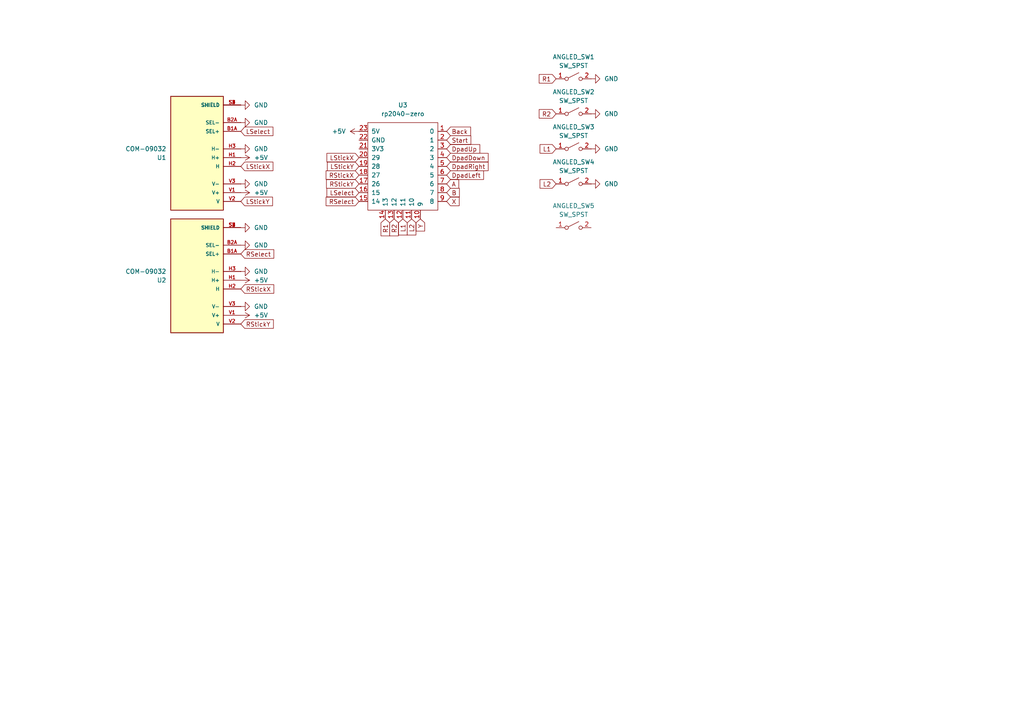
<source format=kicad_sch>
(kicad_sch
	(version 20231120)
	(generator "eeschema")
	(generator_version "8.0")
	(uuid "735fd043-0aa7-4e07-ab5d-ff6744f0c4c9")
	(paper "A4")
	(lib_symbols
		(symbol "COM-09032:COM-09032"
			(pin_names
				(offset 1.016)
			)
			(exclude_from_sim no)
			(in_bom yes)
			(on_board yes)
			(property "Reference" "U"
				(at -7.62 16.002 0)
				(effects
					(font
						(size 1.27 1.27)
					)
					(justify left bottom)
				)
			)
			(property "Value" "COM-09032"
				(at -7.62 -20.32 0)
				(effects
					(font
						(size 1.27 1.27)
					)
					(justify left bottom)
				)
			)
			(property "Footprint" "COM-09032:XDCR_COM-09032"
				(at 0 0 0)
				(effects
					(font
						(size 1.27 1.27)
					)
					(justify bottom)
					(hide yes)
				)
			)
			(property "Datasheet" ""
				(at 0 0 0)
				(effects
					(font
						(size 1.27 1.27)
					)
					(hide yes)
				)
			)
			(property "Description" ""
				(at 0 0 0)
				(effects
					(font
						(size 1.27 1.27)
					)
					(hide yes)
				)
			)
			(property "MF" "SparkFun Electronics"
				(at 0 0 0)
				(effects
					(font
						(size 1.27 1.27)
					)
					(justify bottom)
					(hide yes)
				)
			)
			(property "MAXIMUM_PACKAGE_HEIGHT" "30.1mm"
				(at 0 0 0)
				(effects
					(font
						(size 1.27 1.27)
					)
					(justify bottom)
					(hide yes)
				)
			)
			(property "Package" "Package"
				(at 0 0 0)
				(effects
					(font
						(size 1.27 1.27)
					)
					(justify bottom)
					(hide yes)
				)
			)
			(property "Price" "None"
				(at 0 0 0)
				(effects
					(font
						(size 1.27 1.27)
					)
					(justify bottom)
					(hide yes)
				)
			)
			(property "Check_prices" "https://www.snapeda.com/parts/COM-09032/SparkFun+Electronics/view-part/?ref=eda"
				(at 0 0 0)
				(effects
					(font
						(size 1.27 1.27)
					)
					(justify bottom)
					(hide yes)
				)
			)
			(property "STANDARD" "Manufacturer Recommendations"
				(at 0 0 0)
				(effects
					(font
						(size 1.27 1.27)
					)
					(justify bottom)
					(hide yes)
				)
			)
			(property "PARTREV" "N/A"
				(at 0 0 0)
				(effects
					(font
						(size 1.27 1.27)
					)
					(justify bottom)
					(hide yes)
				)
			)
			(property "SnapEDA_Link" "https://www.snapeda.com/parts/COM-09032/SparkFun+Electronics/view-part/?ref=snap"
				(at 0 0 0)
				(effects
					(font
						(size 1.27 1.27)
					)
					(justify bottom)
					(hide yes)
				)
			)
			(property "MP" "COM-09032"
				(at 0 0 0)
				(effects
					(font
						(size 1.27 1.27)
					)
					(justify bottom)
					(hide yes)
				)
			)
			(property "Purchase-URL" "https://www.snapeda.com/api/url_track_click_mouser/?unipart_id=888157&manufacturer=SparkFun Electronics&part_name=COM-09032&search_term=None"
				(at 0 0 0)
				(effects
					(font
						(size 1.27 1.27)
					)
					(justify bottom)
					(hide yes)
				)
			)
			(property "Description_1" "\nJoystick, 2 - Axis Analog (Resistive) Output\n"
				(at 0 0 0)
				(effects
					(font
						(size 1.27 1.27)
					)
					(justify bottom)
					(hide yes)
				)
			)
			(property "Availability" "In Stock"
				(at 0 0 0)
				(effects
					(font
						(size 1.27 1.27)
					)
					(justify bottom)
					(hide yes)
				)
			)
			(property "MANUFACTURER" "SparkFun Electronics"
				(at 0 0 0)
				(effects
					(font
						(size 1.27 1.27)
					)
					(justify bottom)
					(hide yes)
				)
			)
			(symbol "COM-09032_0_0"
				(rectangle
					(start -7.62 -17.78)
					(end 7.62 15.24)
					(stroke
						(width 0.254)
						(type default)
					)
					(fill
						(type background)
					)
				)
				(pin passive line
					(at -12.7 -7.62 0)
					(length 5.08)
					(name "SEL+"
						(effects
							(font
								(size 1.016 1.016)
							)
						)
					)
					(number "B1A"
						(effects
							(font
								(size 1.016 1.016)
							)
						)
					)
				)
				(pin passive line
					(at -12.7 -10.16 0)
					(length 5.08)
					(name "SEL-"
						(effects
							(font
								(size 1.016 1.016)
							)
						)
					)
					(number "B2A"
						(effects
							(font
								(size 1.016 1.016)
							)
						)
					)
				)
				(pin passive line
					(at -12.7 0 0)
					(length 5.08)
					(name "H+"
						(effects
							(font
								(size 1.016 1.016)
							)
						)
					)
					(number "H1"
						(effects
							(font
								(size 1.016 1.016)
							)
						)
					)
				)
				(pin passive line
					(at -12.7 2.54 0)
					(length 5.08)
					(name "H"
						(effects
							(font
								(size 1.016 1.016)
							)
						)
					)
					(number "H2"
						(effects
							(font
								(size 1.016 1.016)
							)
						)
					)
				)
				(pin passive line
					(at -12.7 -2.54 0)
					(length 5.08)
					(name "H-"
						(effects
							(font
								(size 1.016 1.016)
							)
						)
					)
					(number "H3"
						(effects
							(font
								(size 1.016 1.016)
							)
						)
					)
				)
				(pin passive line
					(at -12.7 -15.24 0)
					(length 5.08)
					(name "SHIELD"
						(effects
							(font
								(size 1.016 1.016)
							)
						)
					)
					(number "S1"
						(effects
							(font
								(size 1.016 1.016)
							)
						)
					)
				)
				(pin passive line
					(at -12.7 -15.24 0)
					(length 5.08)
					(name "SHIELD"
						(effects
							(font
								(size 1.016 1.016)
							)
						)
					)
					(number "S2"
						(effects
							(font
								(size 1.016 1.016)
							)
						)
					)
				)
				(pin passive line
					(at -12.7 -15.24 0)
					(length 5.08)
					(name "SHIELD"
						(effects
							(font
								(size 1.016 1.016)
							)
						)
					)
					(number "S3"
						(effects
							(font
								(size 1.016 1.016)
							)
						)
					)
				)
				(pin passive line
					(at -12.7 -15.24 0)
					(length 5.08)
					(name "SHIELD"
						(effects
							(font
								(size 1.016 1.016)
							)
						)
					)
					(number "S4"
						(effects
							(font
								(size 1.016 1.016)
							)
						)
					)
				)
				(pin passive line
					(at -12.7 10.16 0)
					(length 5.08)
					(name "V+"
						(effects
							(font
								(size 1.016 1.016)
							)
						)
					)
					(number "V1"
						(effects
							(font
								(size 1.016 1.016)
							)
						)
					)
				)
				(pin passive line
					(at -12.7 12.7 0)
					(length 5.08)
					(name "V"
						(effects
							(font
								(size 1.016 1.016)
							)
						)
					)
					(number "V2"
						(effects
							(font
								(size 1.016 1.016)
							)
						)
					)
				)
				(pin passive line
					(at -12.7 7.62 0)
					(length 5.08)
					(name "V-"
						(effects
							(font
								(size 1.016 1.016)
							)
						)
					)
					(number "V3"
						(effects
							(font
								(size 1.016 1.016)
							)
						)
					)
				)
			)
		)
		(symbol "Switch:SW_SPST"
			(pin_names
				(offset 0) hide)
			(exclude_from_sim no)
			(in_bom yes)
			(on_board yes)
			(property "Reference" "SW"
				(at 0 3.175 0)
				(effects
					(font
						(size 1.27 1.27)
					)
				)
			)
			(property "Value" "SW_SPST"
				(at 0 -2.54 0)
				(effects
					(font
						(size 1.27 1.27)
					)
				)
			)
			(property "Footprint" ""
				(at 0 0 0)
				(effects
					(font
						(size 1.27 1.27)
					)
					(hide yes)
				)
			)
			(property "Datasheet" "~"
				(at 0 0 0)
				(effects
					(font
						(size 1.27 1.27)
					)
					(hide yes)
				)
			)
			(property "Description" "Single Pole Single Throw (SPST) switch"
				(at 0 0 0)
				(effects
					(font
						(size 1.27 1.27)
					)
					(hide yes)
				)
			)
			(property "ki_keywords" "switch lever"
				(at 0 0 0)
				(effects
					(font
						(size 1.27 1.27)
					)
					(hide yes)
				)
			)
			(symbol "SW_SPST_0_0"
				(circle
					(center -2.032 0)
					(radius 0.508)
					(stroke
						(width 0)
						(type default)
					)
					(fill
						(type none)
					)
				)
				(polyline
					(pts
						(xy -1.524 0.254) (xy 1.524 1.778)
					)
					(stroke
						(width 0)
						(type default)
					)
					(fill
						(type none)
					)
				)
				(circle
					(center 2.032 0)
					(radius 0.508)
					(stroke
						(width 0)
						(type default)
					)
					(fill
						(type none)
					)
				)
			)
			(symbol "SW_SPST_1_1"
				(pin passive line
					(at -5.08 0 0)
					(length 2.54)
					(name "A"
						(effects
							(font
								(size 1.27 1.27)
							)
						)
					)
					(number "1"
						(effects
							(font
								(size 1.27 1.27)
							)
						)
					)
				)
				(pin passive line
					(at 5.08 0 180)
					(length 2.54)
					(name "B"
						(effects
							(font
								(size 1.27 1.27)
							)
						)
					)
					(number "2"
						(effects
							(font
								(size 1.27 1.27)
							)
						)
					)
				)
			)
		)
		(symbol "mcu:rp2040-zero"
			(pin_names
				(offset 1.016)
			)
			(exclude_from_sim no)
			(in_bom yes)
			(on_board yes)
			(property "Reference" "U"
				(at 0 15.24 0)
				(effects
					(font
						(size 1.27 1.27)
					)
				)
			)
			(property "Value" "rp2040-zero"
				(at 0 12.7 0)
				(effects
					(font
						(size 1.27 1.27)
					)
				)
			)
			(property "Footprint" ""
				(at -8.89 5.08 0)
				(effects
					(font
						(size 1.27 1.27)
					)
					(hide yes)
				)
			)
			(property "Datasheet" ""
				(at -8.89 5.08 0)
				(effects
					(font
						(size 1.27 1.27)
					)
					(hide yes)
				)
			)
			(property "Description" ""
				(at 0 0 0)
				(effects
					(font
						(size 1.27 1.27)
					)
					(hide yes)
				)
			)
			(symbol "rp2040-zero_0_1"
				(rectangle
					(start -10.16 11.43)
					(end 10.16 -13.97)
					(stroke
						(width 0)
						(type default)
					)
					(fill
						(type none)
					)
				)
			)
			(symbol "rp2040-zero_1_1"
				(pin bidirectional line
					(at 12.7 8.89 180)
					(length 2.54)
					(name "0"
						(effects
							(font
								(size 1.27 1.27)
							)
						)
					)
					(number "1"
						(effects
							(font
								(size 1.27 1.27)
							)
						)
					)
				)
				(pin bidirectional line
					(at 5.08 -16.51 90)
					(length 2.54)
					(name "9"
						(effects
							(font
								(size 1.27 1.27)
							)
						)
					)
					(number "10"
						(effects
							(font
								(size 1.27 1.27)
							)
						)
					)
				)
				(pin bidirectional line
					(at 2.54 -16.51 90)
					(length 2.54)
					(name "10"
						(effects
							(font
								(size 1.27 1.27)
							)
						)
					)
					(number "11"
						(effects
							(font
								(size 1.27 1.27)
							)
						)
					)
				)
				(pin bidirectional line
					(at 0 -16.51 90)
					(length 2.54)
					(name "11"
						(effects
							(font
								(size 1.27 1.27)
							)
						)
					)
					(number "12"
						(effects
							(font
								(size 1.27 1.27)
							)
						)
					)
				)
				(pin bidirectional line
					(at -2.54 -16.51 90)
					(length 2.54)
					(name "12"
						(effects
							(font
								(size 1.27 1.27)
							)
						)
					)
					(number "13"
						(effects
							(font
								(size 1.27 1.27)
							)
						)
					)
				)
				(pin bidirectional line
					(at -5.08 -16.51 90)
					(length 2.54)
					(name "13"
						(effects
							(font
								(size 1.27 1.27)
							)
						)
					)
					(number "14"
						(effects
							(font
								(size 1.27 1.27)
							)
						)
					)
				)
				(pin bidirectional line
					(at -12.7 -11.43 0)
					(length 2.54)
					(name "14"
						(effects
							(font
								(size 1.27 1.27)
							)
						)
					)
					(number "15"
						(effects
							(font
								(size 1.27 1.27)
							)
						)
					)
				)
				(pin bidirectional line
					(at -12.7 -8.89 0)
					(length 2.54)
					(name "15"
						(effects
							(font
								(size 1.27 1.27)
							)
						)
					)
					(number "16"
						(effects
							(font
								(size 1.27 1.27)
							)
						)
					)
				)
				(pin bidirectional line
					(at -12.7 -6.35 0)
					(length 2.54)
					(name "26"
						(effects
							(font
								(size 1.27 1.27)
							)
						)
					)
					(number "17"
						(effects
							(font
								(size 1.27 1.27)
							)
						)
					)
				)
				(pin bidirectional line
					(at -12.7 -3.81 0)
					(length 2.54)
					(name "27"
						(effects
							(font
								(size 1.27 1.27)
							)
						)
					)
					(number "18"
						(effects
							(font
								(size 1.27 1.27)
							)
						)
					)
				)
				(pin bidirectional line
					(at -12.7 -1.27 0)
					(length 2.54)
					(name "28"
						(effects
							(font
								(size 1.27 1.27)
							)
						)
					)
					(number "19"
						(effects
							(font
								(size 1.27 1.27)
							)
						)
					)
				)
				(pin bidirectional line
					(at 12.7 6.35 180)
					(length 2.54)
					(name "1"
						(effects
							(font
								(size 1.27 1.27)
							)
						)
					)
					(number "2"
						(effects
							(font
								(size 1.27 1.27)
							)
						)
					)
				)
				(pin bidirectional line
					(at -12.7 1.27 0)
					(length 2.54)
					(name "29"
						(effects
							(font
								(size 1.27 1.27)
							)
						)
					)
					(number "20"
						(effects
							(font
								(size 1.27 1.27)
							)
						)
					)
				)
				(pin power_out line
					(at -12.7 3.81 0)
					(length 2.54)
					(name "3V3"
						(effects
							(font
								(size 1.27 1.27)
							)
						)
					)
					(number "21"
						(effects
							(font
								(size 1.27 1.27)
							)
						)
					)
				)
				(pin power_out line
					(at -12.7 6.35 0)
					(length 2.54)
					(name "GND"
						(effects
							(font
								(size 1.27 1.27)
							)
						)
					)
					(number "22"
						(effects
							(font
								(size 1.27 1.27)
							)
						)
					)
				)
				(pin power_out line
					(at -12.7 8.89 0)
					(length 2.54)
					(name "5V"
						(effects
							(font
								(size 1.27 1.27)
							)
						)
					)
					(number "23"
						(effects
							(font
								(size 1.27 1.27)
							)
						)
					)
				)
				(pin bidirectional line
					(at 12.7 3.81 180)
					(length 2.54)
					(name "2"
						(effects
							(font
								(size 1.27 1.27)
							)
						)
					)
					(number "3"
						(effects
							(font
								(size 1.27 1.27)
							)
						)
					)
				)
				(pin bidirectional line
					(at 12.7 1.27 180)
					(length 2.54)
					(name "3"
						(effects
							(font
								(size 1.27 1.27)
							)
						)
					)
					(number "4"
						(effects
							(font
								(size 1.27 1.27)
							)
						)
					)
				)
				(pin bidirectional line
					(at 12.7 -1.27 180)
					(length 2.54)
					(name "4"
						(effects
							(font
								(size 1.27 1.27)
							)
						)
					)
					(number "5"
						(effects
							(font
								(size 1.27 1.27)
							)
						)
					)
				)
				(pin bidirectional line
					(at 12.7 -3.81 180)
					(length 2.54)
					(name "5"
						(effects
							(font
								(size 1.27 1.27)
							)
						)
					)
					(number "6"
						(effects
							(font
								(size 1.27 1.27)
							)
						)
					)
				)
				(pin bidirectional line
					(at 12.7 -6.35 180)
					(length 2.54)
					(name "6"
						(effects
							(font
								(size 1.27 1.27)
							)
						)
					)
					(number "7"
						(effects
							(font
								(size 1.27 1.27)
							)
						)
					)
				)
				(pin bidirectional line
					(at 12.7 -8.89 180)
					(length 2.54)
					(name "7"
						(effects
							(font
								(size 1.27 1.27)
							)
						)
					)
					(number "8"
						(effects
							(font
								(size 1.27 1.27)
							)
						)
					)
				)
				(pin bidirectional line
					(at 12.7 -11.43 180)
					(length 2.54)
					(name "8"
						(effects
							(font
								(size 1.27 1.27)
							)
						)
					)
					(number "9"
						(effects
							(font
								(size 1.27 1.27)
							)
						)
					)
				)
			)
		)
		(symbol "power:+5V"
			(power)
			(pin_numbers hide)
			(pin_names
				(offset 0) hide)
			(exclude_from_sim no)
			(in_bom yes)
			(on_board yes)
			(property "Reference" "#PWR"
				(at 0 -3.81 0)
				(effects
					(font
						(size 1.27 1.27)
					)
					(hide yes)
				)
			)
			(property "Value" "+5V"
				(at 0 3.556 0)
				(effects
					(font
						(size 1.27 1.27)
					)
				)
			)
			(property "Footprint" ""
				(at 0 0 0)
				(effects
					(font
						(size 1.27 1.27)
					)
					(hide yes)
				)
			)
			(property "Datasheet" ""
				(at 0 0 0)
				(effects
					(font
						(size 1.27 1.27)
					)
					(hide yes)
				)
			)
			(property "Description" "Power symbol creates a global label with name \"+5V\""
				(at 0 0 0)
				(effects
					(font
						(size 1.27 1.27)
					)
					(hide yes)
				)
			)
			(property "ki_keywords" "global power"
				(at 0 0 0)
				(effects
					(font
						(size 1.27 1.27)
					)
					(hide yes)
				)
			)
			(symbol "+5V_0_1"
				(polyline
					(pts
						(xy -0.762 1.27) (xy 0 2.54)
					)
					(stroke
						(width 0)
						(type default)
					)
					(fill
						(type none)
					)
				)
				(polyline
					(pts
						(xy 0 0) (xy 0 2.54)
					)
					(stroke
						(width 0)
						(type default)
					)
					(fill
						(type none)
					)
				)
				(polyline
					(pts
						(xy 0 2.54) (xy 0.762 1.27)
					)
					(stroke
						(width 0)
						(type default)
					)
					(fill
						(type none)
					)
				)
			)
			(symbol "+5V_1_1"
				(pin power_in line
					(at 0 0 90)
					(length 0)
					(name "~"
						(effects
							(font
								(size 1.27 1.27)
							)
						)
					)
					(number "1"
						(effects
							(font
								(size 1.27 1.27)
							)
						)
					)
				)
			)
		)
		(symbol "power:GND"
			(power)
			(pin_numbers hide)
			(pin_names
				(offset 0) hide)
			(exclude_from_sim no)
			(in_bom yes)
			(on_board yes)
			(property "Reference" "#PWR"
				(at 0 -6.35 0)
				(effects
					(font
						(size 1.27 1.27)
					)
					(hide yes)
				)
			)
			(property "Value" "GND"
				(at 0 -3.81 0)
				(effects
					(font
						(size 1.27 1.27)
					)
				)
			)
			(property "Footprint" ""
				(at 0 0 0)
				(effects
					(font
						(size 1.27 1.27)
					)
					(hide yes)
				)
			)
			(property "Datasheet" ""
				(at 0 0 0)
				(effects
					(font
						(size 1.27 1.27)
					)
					(hide yes)
				)
			)
			(property "Description" "Power symbol creates a global label with name \"GND\" , ground"
				(at 0 0 0)
				(effects
					(font
						(size 1.27 1.27)
					)
					(hide yes)
				)
			)
			(property "ki_keywords" "global power"
				(at 0 0 0)
				(effects
					(font
						(size 1.27 1.27)
					)
					(hide yes)
				)
			)
			(symbol "GND_0_1"
				(polyline
					(pts
						(xy 0 0) (xy 0 -1.27) (xy 1.27 -1.27) (xy 0 -2.54) (xy -1.27 -1.27) (xy 0 -1.27)
					)
					(stroke
						(width 0)
						(type default)
					)
					(fill
						(type none)
					)
				)
			)
			(symbol "GND_1_1"
				(pin power_in line
					(at 0 0 270)
					(length 0)
					(name "~"
						(effects
							(font
								(size 1.27 1.27)
							)
						)
					)
					(number "1"
						(effects
							(font
								(size 1.27 1.27)
							)
						)
					)
				)
			)
		)
	)
	(global_label "Start"
		(shape input)
		(at 129.54 40.64 0)
		(fields_autoplaced yes)
		(effects
			(font
				(size 1.27 1.27)
			)
			(justify left)
		)
		(uuid "0243fae4-d73e-4d0d-8d0f-562386d923fe")
		(property "Intersheetrefs" "${INTERSHEET_REFS}"
			(at 137.1213 40.64 0)
			(effects
				(font
					(size 1.27 1.27)
				)
				(justify left)
				(hide yes)
			)
		)
	)
	(global_label "L2"
		(shape input)
		(at 161.29 53.34 180)
		(fields_autoplaced yes)
		(effects
			(font
				(size 1.27 1.27)
			)
			(justify right)
		)
		(uuid "0d7e8d3d-40ce-4c02-bc2c-9287ae7e8455")
		(property "Intersheetrefs" "${INTERSHEET_REFS}"
			(at 156.0672 53.34 0)
			(effects
				(font
					(size 1.27 1.27)
				)
				(justify right)
				(hide yes)
			)
		)
	)
	(global_label "LStickY"
		(shape input)
		(at 69.85 58.42 0)
		(fields_autoplaced yes)
		(effects
			(font
				(size 1.27 1.27)
			)
			(justify left)
		)
		(uuid "111785c3-4852-45d3-9a94-50e27e8fed4c")
		(property "Intersheetrefs" "${INTERSHEET_REFS}"
			(at 79.6086 58.42 0)
			(effects
				(font
					(size 1.27 1.27)
				)
				(justify left)
				(hide yes)
			)
		)
	)
	(global_label "Y"
		(shape input)
		(at 121.92 63.5 270)
		(fields_autoplaced yes)
		(effects
			(font
				(size 1.27 1.27)
			)
			(justify right)
		)
		(uuid "1292cbc1-bf84-4e1d-b30e-a995b8b74a9d")
		(property "Intersheetrefs" "${INTERSHEET_REFS}"
			(at 121.92 67.5738 90)
			(effects
				(font
					(size 1.27 1.27)
				)
				(justify right)
				(hide yes)
			)
		)
	)
	(global_label "LSelect"
		(shape input)
		(at 104.14 55.88 180)
		(fields_autoplaced yes)
		(effects
			(font
				(size 1.27 1.27)
			)
			(justify right)
		)
		(uuid "16aee3ac-0dbb-42f4-8c3d-5131c923fe19")
		(property "Intersheetrefs" "${INTERSHEET_REFS}"
			(at 94.2605 55.88 0)
			(effects
				(font
					(size 1.27 1.27)
				)
				(justify right)
				(hide yes)
			)
		)
	)
	(global_label "R2"
		(shape input)
		(at 161.29 33.02 180)
		(fields_autoplaced yes)
		(effects
			(font
				(size 1.27 1.27)
			)
			(justify right)
		)
		(uuid "1b072cb9-8347-4ef5-b629-3a9b324d8c05")
		(property "Intersheetrefs" "${INTERSHEET_REFS}"
			(at 155.8253 33.02 0)
			(effects
				(font
					(size 1.27 1.27)
				)
				(justify right)
				(hide yes)
			)
		)
	)
	(global_label "DpadRight"
		(shape input)
		(at 129.54 48.26 0)
		(fields_autoplaced yes)
		(effects
			(font
				(size 1.27 1.27)
			)
			(justify left)
		)
		(uuid "1c78bbea-c1e1-4742-9f3e-6a2c8f9d6768")
		(property "Intersheetrefs" "${INTERSHEET_REFS}"
			(at 142.1407 48.26 0)
			(effects
				(font
					(size 1.27 1.27)
				)
				(justify left)
				(hide yes)
			)
		)
	)
	(global_label "Back"
		(shape input)
		(at 129.54 38.1 0)
		(fields_autoplaced yes)
		(effects
			(font
				(size 1.27 1.27)
			)
			(justify left)
		)
		(uuid "201135ea-5904-445f-9d09-fa4bfd8e4eb9")
		(property "Intersheetrefs" "${INTERSHEET_REFS}"
			(at 137.0609 38.1 0)
			(effects
				(font
					(size 1.27 1.27)
				)
				(justify left)
				(hide yes)
			)
		)
	)
	(global_label "A"
		(shape input)
		(at 129.54 53.34 0)
		(fields_autoplaced yes)
		(effects
			(font
				(size 1.27 1.27)
			)
			(justify left)
		)
		(uuid "29784543-3d0a-41d4-a4d4-9aa357df9650")
		(property "Intersheetrefs" "${INTERSHEET_REFS}"
			(at 133.6138 53.34 0)
			(effects
				(font
					(size 1.27 1.27)
				)
				(justify left)
				(hide yes)
			)
		)
	)
	(global_label "LStickY"
		(shape input)
		(at 104.14 48.26 180)
		(fields_autoplaced yes)
		(effects
			(font
				(size 1.27 1.27)
			)
			(justify right)
		)
		(uuid "2d087d2f-0f46-4dfe-a0cf-09c885770f19")
		(property "Intersheetrefs" "${INTERSHEET_REFS}"
			(at 94.3814 48.26 0)
			(effects
				(font
					(size 1.27 1.27)
				)
				(justify right)
				(hide yes)
			)
		)
	)
	(global_label "RStickX"
		(shape input)
		(at 104.14 50.8 180)
		(fields_autoplaced yes)
		(effects
			(font
				(size 1.27 1.27)
			)
			(justify right)
		)
		(uuid "3182c3e8-d73a-482e-96c6-9a3748475c8a")
		(property "Intersheetrefs" "${INTERSHEET_REFS}"
			(at 94.0186 50.8 0)
			(effects
				(font
					(size 1.27 1.27)
				)
				(justify right)
				(hide yes)
			)
		)
	)
	(global_label "R1"
		(shape input)
		(at 111.76 63.5 270)
		(fields_autoplaced yes)
		(effects
			(font
				(size 1.27 1.27)
			)
			(justify right)
		)
		(uuid "3b940ad7-25dc-4f9f-8829-f9537b799dbf")
		(property "Intersheetrefs" "${INTERSHEET_REFS}"
			(at 111.76 68.9647 90)
			(effects
				(font
					(size 1.27 1.27)
				)
				(justify right)
				(hide yes)
			)
		)
	)
	(global_label "L1"
		(shape input)
		(at 116.84 63.5 270)
		(fields_autoplaced yes)
		(effects
			(font
				(size 1.27 1.27)
			)
			(justify right)
		)
		(uuid "3d3a1e80-b9ce-41b3-b1e4-894329736b1c")
		(property "Intersheetrefs" "${INTERSHEET_REFS}"
			(at 116.84 68.7228 90)
			(effects
				(font
					(size 1.27 1.27)
				)
				(justify right)
				(hide yes)
			)
		)
	)
	(global_label "L1"
		(shape input)
		(at 161.29 43.18 180)
		(fields_autoplaced yes)
		(effects
			(font
				(size 1.27 1.27)
			)
			(justify right)
		)
		(uuid "4f5aa633-a116-4b12-b162-561b54f69463")
		(property "Intersheetrefs" "${INTERSHEET_REFS}"
			(at 156.0672 43.18 0)
			(effects
				(font
					(size 1.27 1.27)
				)
				(justify right)
				(hide yes)
			)
		)
	)
	(global_label "RStickX"
		(shape input)
		(at 69.85 83.82 0)
		(fields_autoplaced yes)
		(effects
			(font
				(size 1.27 1.27)
			)
			(justify left)
		)
		(uuid "5f36665f-6a30-49d7-b1e9-74e65c398941")
		(property "Intersheetrefs" "${INTERSHEET_REFS}"
			(at 79.9714 83.82 0)
			(effects
				(font
					(size 1.27 1.27)
				)
				(justify left)
				(hide yes)
			)
		)
	)
	(global_label "B"
		(shape input)
		(at 129.54 55.88 0)
		(fields_autoplaced yes)
		(effects
			(font
				(size 1.27 1.27)
			)
			(justify left)
		)
		(uuid "69273599-4eb5-4b9e-bb19-b3c2bbeff9e7")
		(property "Intersheetrefs" "${INTERSHEET_REFS}"
			(at 133.7952 55.88 0)
			(effects
				(font
					(size 1.27 1.27)
				)
				(justify left)
				(hide yes)
			)
		)
	)
	(global_label "R2"
		(shape input)
		(at 114.3 63.5 270)
		(fields_autoplaced yes)
		(effects
			(font
				(size 1.27 1.27)
			)
			(justify right)
		)
		(uuid "85e0c2ea-7e92-4bd1-b6bd-4124bfa84ab7")
		(property "Intersheetrefs" "${INTERSHEET_REFS}"
			(at 114.3 68.9647 90)
			(effects
				(font
					(size 1.27 1.27)
				)
				(justify right)
				(hide yes)
			)
		)
	)
	(global_label "RStickY"
		(shape input)
		(at 104.14 53.34 180)
		(fields_autoplaced yes)
		(effects
			(font
				(size 1.27 1.27)
			)
			(justify right)
		)
		(uuid "8d6c8fd9-1545-43bd-96b2-0a321fd054a0")
		(property "Intersheetrefs" "${INTERSHEET_REFS}"
			(at 94.1395 53.34 0)
			(effects
				(font
					(size 1.27 1.27)
				)
				(justify right)
				(hide yes)
			)
		)
	)
	(global_label "LSelect"
		(shape input)
		(at 69.85 38.1 0)
		(fields_autoplaced yes)
		(effects
			(font
				(size 1.27 1.27)
			)
			(justify left)
		)
		(uuid "99852c3f-5699-44ff-ad20-f6e78507c03c")
		(property "Intersheetrefs" "${INTERSHEET_REFS}"
			(at 79.7295 38.1 0)
			(effects
				(font
					(size 1.27 1.27)
				)
				(justify left)
				(hide yes)
			)
		)
	)
	(global_label "R1"
		(shape input)
		(at 161.29 22.86 180)
		(fields_autoplaced yes)
		(effects
			(font
				(size 1.27 1.27)
			)
			(justify right)
		)
		(uuid "9d94bd13-b7f8-48dd-85c6-85056c5a1fa2")
		(property "Intersheetrefs" "${INTERSHEET_REFS}"
			(at 155.8253 22.86 0)
			(effects
				(font
					(size 1.27 1.27)
				)
				(justify right)
				(hide yes)
			)
		)
	)
	(global_label "L2"
		(shape input)
		(at 119.38 63.5 270)
		(fields_autoplaced yes)
		(effects
			(font
				(size 1.27 1.27)
			)
			(justify right)
		)
		(uuid "9dcc86eb-82b3-4d7f-ab7e-88f0c8ff1b28")
		(property "Intersheetrefs" "${INTERSHEET_REFS}"
			(at 119.38 68.7228 90)
			(effects
				(font
					(size 1.27 1.27)
				)
				(justify right)
				(hide yes)
			)
		)
	)
	(global_label "RSelect"
		(shape input)
		(at 104.14 58.42 180)
		(fields_autoplaced yes)
		(effects
			(font
				(size 1.27 1.27)
			)
			(justify right)
		)
		(uuid "a9fb6364-7ebb-4df6-88d9-f5066e0d5ffd")
		(property "Intersheetrefs" "${INTERSHEET_REFS}"
			(at 94.0186 58.42 0)
			(effects
				(font
					(size 1.27 1.27)
				)
				(justify right)
				(hide yes)
			)
		)
	)
	(global_label "LStickX"
		(shape input)
		(at 104.14 45.72 180)
		(fields_autoplaced yes)
		(effects
			(font
				(size 1.27 1.27)
			)
			(justify right)
		)
		(uuid "bc9f6b53-a0e2-46cf-9ebf-8b376da72f1d")
		(property "Intersheetrefs" "${INTERSHEET_REFS}"
			(at 94.2605 45.72 0)
			(effects
				(font
					(size 1.27 1.27)
				)
				(justify right)
				(hide yes)
			)
		)
	)
	(global_label "X"
		(shape input)
		(at 129.54 58.42 0)
		(fields_autoplaced yes)
		(effects
			(font
				(size 1.27 1.27)
			)
			(justify left)
		)
		(uuid "c20f0d66-e14c-4d35-9868-d879b7ec416f")
		(property "Intersheetrefs" "${INTERSHEET_REFS}"
			(at 133.7347 58.42 0)
			(effects
				(font
					(size 1.27 1.27)
				)
				(justify left)
				(hide yes)
			)
		)
	)
	(global_label "DpadLeft"
		(shape input)
		(at 129.54 50.8 0)
		(fields_autoplaced yes)
		(effects
			(font
				(size 1.27 1.27)
			)
			(justify left)
		)
		(uuid "c2d85fee-43c4-427b-8fbb-fc47cd9aa25e")
		(property "Intersheetrefs" "${INTERSHEET_REFS}"
			(at 140.8103 50.8 0)
			(effects
				(font
					(size 1.27 1.27)
				)
				(justify left)
				(hide yes)
			)
		)
	)
	(global_label "DpadUp"
		(shape input)
		(at 129.54 43.18 0)
		(fields_autoplaced yes)
		(effects
			(font
				(size 1.27 1.27)
			)
			(justify left)
		)
		(uuid "d6771550-25dc-432f-a305-8ebffc139272")
		(property "Intersheetrefs" "${INTERSHEET_REFS}"
			(at 139.7217 43.18 0)
			(effects
				(font
					(size 1.27 1.27)
				)
				(justify left)
				(hide yes)
			)
		)
	)
	(global_label "DpadDown"
		(shape input)
		(at 129.54 45.72 0)
		(fields_autoplaced yes)
		(effects
			(font
				(size 1.27 1.27)
			)
			(justify left)
		)
		(uuid "de08002b-06bc-49bc-944b-8aa0a1d8649d")
		(property "Intersheetrefs" "${INTERSHEET_REFS}"
			(at 142.1407 45.72 0)
			(effects
				(font
					(size 1.27 1.27)
				)
				(justify left)
				(hide yes)
			)
		)
	)
	(global_label "RSelect"
		(shape input)
		(at 69.85 73.66 0)
		(fields_autoplaced yes)
		(effects
			(font
				(size 1.27 1.27)
			)
			(justify left)
		)
		(uuid "e387c382-377e-4ac7-9a4b-da4ef4d9ad89")
		(property "Intersheetrefs" "${INTERSHEET_REFS}"
			(at 79.9714 73.66 0)
			(effects
				(font
					(size 1.27 1.27)
				)
				(justify left)
				(hide yes)
			)
		)
	)
	(global_label "LStickX"
		(shape input)
		(at 69.85 48.26 0)
		(fields_autoplaced yes)
		(effects
			(font
				(size 1.27 1.27)
			)
			(justify left)
		)
		(uuid "e988543c-555c-4187-8f5c-f502754ad9b2")
		(property "Intersheetrefs" "${INTERSHEET_REFS}"
			(at 79.7295 48.26 0)
			(effects
				(font
					(size 1.27 1.27)
				)
				(justify left)
				(hide yes)
			)
		)
	)
	(global_label "RStickY"
		(shape input)
		(at 69.85 93.98 0)
		(fields_autoplaced yes)
		(effects
			(font
				(size 1.27 1.27)
			)
			(justify left)
		)
		(uuid "f03654c9-3eb5-4b28-8d4f-cd669f6c4581")
		(property "Intersheetrefs" "${INTERSHEET_REFS}"
			(at 79.8505 93.98 0)
			(effects
				(font
					(size 1.27 1.27)
				)
				(justify left)
				(hide yes)
			)
		)
	)
	(symbol
		(lib_id "Switch:SW_SPST")
		(at 166.37 22.86 0)
		(unit 1)
		(exclude_from_sim no)
		(in_bom yes)
		(on_board yes)
		(dnp no)
		(fields_autoplaced yes)
		(uuid "0966e88a-495b-4b1f-a403-523eec285097")
		(property "Reference" "ANGLED_SW1"
			(at 166.37 16.51 0)
			(effects
				(font
					(size 1.27 1.27)
				)
			)
		)
		(property "Value" "SW_SPST"
			(at 166.37 19.05 0)
			(effects
				(font
					(size 1.27 1.27)
				)
			)
		)
		(property "Footprint" "Button_Switch_THT:SW_Tactile_SPST_Angled_PTS645Vx39-2LFS"
			(at 166.37 22.86 0)
			(effects
				(font
					(size 1.27 1.27)
				)
				(hide yes)
			)
		)
		(property "Datasheet" "~"
			(at 166.37 22.86 0)
			(effects
				(font
					(size 1.27 1.27)
				)
				(hide yes)
			)
		)
		(property "Description" "Single Pole Single Throw (SPST) switch"
			(at 166.37 22.86 0)
			(effects
				(font
					(size 1.27 1.27)
				)
				(hide yes)
			)
		)
		(pin "1"
			(uuid "25c8a7c7-9a76-4f5a-9a43-72261d498abe")
		)
		(pin "2"
			(uuid "b337d2ce-4f22-45c4-b7e9-d4a34a3463d5")
		)
		(instances
			(project "sheepysplitpad"
				(path "/735fd043-0aa7-4e07-ab5d-ff6744f0c4c9"
					(reference "ANGLED_SW1")
					(unit 1)
				)
			)
		)
	)
	(symbol
		(lib_id "power:GND")
		(at 69.85 88.9 90)
		(unit 1)
		(exclude_from_sim no)
		(in_bom yes)
		(on_board yes)
		(dnp no)
		(fields_autoplaced yes)
		(uuid "15952887-09c7-4776-ae4a-1d438c8bd6c9")
		(property "Reference" "#PWR08"
			(at 76.2 88.9 0)
			(effects
				(font
					(size 1.27 1.27)
				)
				(hide yes)
			)
		)
		(property "Value" "GND"
			(at 73.66 88.9001 90)
			(effects
				(font
					(size 1.27 1.27)
				)
				(justify right)
			)
		)
		(property "Footprint" ""
			(at 69.85 88.9 0)
			(effects
				(font
					(size 1.27 1.27)
				)
				(hide yes)
			)
		)
		(property "Datasheet" ""
			(at 69.85 88.9 0)
			(effects
				(font
					(size 1.27 1.27)
				)
				(hide yes)
			)
		)
		(property "Description" "Power symbol creates a global label with name \"GND\" , ground"
			(at 69.85 88.9 0)
			(effects
				(font
					(size 1.27 1.27)
				)
				(hide yes)
			)
		)
		(pin "1"
			(uuid "8e1c8d95-607c-4d0b-9137-d46b9ea41507")
		)
		(instances
			(project "sheepysplitpad"
				(path "/735fd043-0aa7-4e07-ab5d-ff6744f0c4c9"
					(reference "#PWR08")
					(unit 1)
				)
			)
		)
	)
	(symbol
		(lib_id "Switch:SW_SPST")
		(at 166.37 33.02 0)
		(unit 1)
		(exclude_from_sim no)
		(in_bom yes)
		(on_board yes)
		(dnp no)
		(fields_autoplaced yes)
		(uuid "1614c9ca-ec5a-4bad-b8b5-e145e2d31cce")
		(property "Reference" "ANGLED_SW2"
			(at 166.37 26.67 0)
			(effects
				(font
					(size 1.27 1.27)
				)
			)
		)
		(property "Value" "SW_SPST"
			(at 166.37 29.21 0)
			(effects
				(font
					(size 1.27 1.27)
				)
			)
		)
		(property "Footprint" "Button_Switch_THT:SW_Tactile_SPST_Angled_PTS645Vx39-2LFS"
			(at 166.37 33.02 0)
			(effects
				(font
					(size 1.27 1.27)
				)
				(hide yes)
			)
		)
		(property "Datasheet" "~"
			(at 166.37 33.02 0)
			(effects
				(font
					(size 1.27 1.27)
				)
				(hide yes)
			)
		)
		(property "Description" "Single Pole Single Throw (SPST) switch"
			(at 166.37 33.02 0)
			(effects
				(font
					(size 1.27 1.27)
				)
				(hide yes)
			)
		)
		(pin "1"
			(uuid "32d1ab1f-5fbc-440a-adb9-6a4dbdf439cd")
		)
		(pin "2"
			(uuid "387ab8aa-71f1-4c7d-888a-15d9fc450ccb")
		)
		(instances
			(project "sheepysplitpad"
				(path "/735fd043-0aa7-4e07-ab5d-ff6744f0c4c9"
					(reference "ANGLED_SW2")
					(unit 1)
				)
			)
		)
	)
	(symbol
		(lib_id "power:GND")
		(at 171.45 53.34 90)
		(unit 1)
		(exclude_from_sim no)
		(in_bom yes)
		(on_board yes)
		(dnp no)
		(fields_autoplaced yes)
		(uuid "173323c3-f157-451a-a23f-4b5d92c2997d")
		(property "Reference" "#PWR017"
			(at 177.8 53.34 0)
			(effects
				(font
					(size 1.27 1.27)
				)
				(hide yes)
			)
		)
		(property "Value" "GND"
			(at 175.26 53.3399 90)
			(effects
				(font
					(size 1.27 1.27)
				)
				(justify right)
			)
		)
		(property "Footprint" ""
			(at 171.45 53.34 0)
			(effects
				(font
					(size 1.27 1.27)
				)
				(hide yes)
			)
		)
		(property "Datasheet" ""
			(at 171.45 53.34 0)
			(effects
				(font
					(size 1.27 1.27)
				)
				(hide yes)
			)
		)
		(property "Description" "Power symbol creates a global label with name \"GND\" , ground"
			(at 171.45 53.34 0)
			(effects
				(font
					(size 1.27 1.27)
				)
				(hide yes)
			)
		)
		(pin "1"
			(uuid "08731360-d69b-4594-9bef-933998069b62")
		)
		(instances
			(project "sheepysplitpad"
				(path "/735fd043-0aa7-4e07-ab5d-ff6744f0c4c9"
					(reference "#PWR017")
					(unit 1)
				)
			)
		)
	)
	(symbol
		(lib_id "power:GND")
		(at 69.85 66.04 90)
		(unit 1)
		(exclude_from_sim no)
		(in_bom yes)
		(on_board yes)
		(dnp no)
		(fields_autoplaced yes)
		(uuid "1d4d0ef4-a9cf-4ba3-bdd7-9dfd83b87ae2")
		(property "Reference" "#PWR05"
			(at 76.2 66.04 0)
			(effects
				(font
					(size 1.27 1.27)
				)
				(hide yes)
			)
		)
		(property "Value" "GND"
			(at 73.66 66.0401 90)
			(effects
				(font
					(size 1.27 1.27)
				)
				(justify right)
			)
		)
		(property "Footprint" ""
			(at 69.85 66.04 0)
			(effects
				(font
					(size 1.27 1.27)
				)
				(hide yes)
			)
		)
		(property "Datasheet" ""
			(at 69.85 66.04 0)
			(effects
				(font
					(size 1.27 1.27)
				)
				(hide yes)
			)
		)
		(property "Description" "Power symbol creates a global label with name \"GND\" , ground"
			(at 69.85 66.04 0)
			(effects
				(font
					(size 1.27 1.27)
				)
				(hide yes)
			)
		)
		(pin "1"
			(uuid "a9dfa79f-e228-4f2f-bf86-a60860414ef4")
		)
		(instances
			(project "sheepysplitpad"
				(path "/735fd043-0aa7-4e07-ab5d-ff6744f0c4c9"
					(reference "#PWR05")
					(unit 1)
				)
			)
		)
	)
	(symbol
		(lib_id "power:GND")
		(at 171.45 22.86 90)
		(unit 1)
		(exclude_from_sim no)
		(in_bom yes)
		(on_board yes)
		(dnp no)
		(fields_autoplaced yes)
		(uuid "22757e13-aefa-411a-a99e-767aa52b1418")
		(property "Reference" "#PWR014"
			(at 177.8 22.86 0)
			(effects
				(font
					(size 1.27 1.27)
				)
				(hide yes)
			)
		)
		(property "Value" "GND"
			(at 175.26 22.8599 90)
			(effects
				(font
					(size 1.27 1.27)
				)
				(justify right)
			)
		)
		(property "Footprint" ""
			(at 171.45 22.86 0)
			(effects
				(font
					(size 1.27 1.27)
				)
				(hide yes)
			)
		)
		(property "Datasheet" ""
			(at 171.45 22.86 0)
			(effects
				(font
					(size 1.27 1.27)
				)
				(hide yes)
			)
		)
		(property "Description" "Power symbol creates a global label with name \"GND\" , ground"
			(at 171.45 22.86 0)
			(effects
				(font
					(size 1.27 1.27)
				)
				(hide yes)
			)
		)
		(pin "1"
			(uuid "001ba895-c2de-42cb-aa69-e7347d3c782f")
		)
		(instances
			(project ""
				(path "/735fd043-0aa7-4e07-ab5d-ff6744f0c4c9"
					(reference "#PWR014")
					(unit 1)
				)
			)
		)
	)
	(symbol
		(lib_id "power:+5V")
		(at 69.85 81.28 270)
		(unit 1)
		(exclude_from_sim no)
		(in_bom yes)
		(on_board yes)
		(dnp no)
		(fields_autoplaced yes)
		(uuid "39b03251-3be5-423e-883f-7c6796a651c6")
		(property "Reference" "#PWR012"
			(at 66.04 81.28 0)
			(effects
				(font
					(size 1.27 1.27)
				)
				(hide yes)
			)
		)
		(property "Value" "+5V"
			(at 73.66 81.2799 90)
			(effects
				(font
					(size 1.27 1.27)
				)
				(justify left)
			)
		)
		(property "Footprint" ""
			(at 69.85 81.28 0)
			(effects
				(font
					(size 1.27 1.27)
				)
				(hide yes)
			)
		)
		(property "Datasheet" ""
			(at 69.85 81.28 0)
			(effects
				(font
					(size 1.27 1.27)
				)
				(hide yes)
			)
		)
		(property "Description" "Power symbol creates a global label with name \"+5V\""
			(at 69.85 81.28 0)
			(effects
				(font
					(size 1.27 1.27)
				)
				(hide yes)
			)
		)
		(pin "1"
			(uuid "d25dd327-980a-4ea8-a23c-cfd1f1a9a5e2")
		)
		(instances
			(project "sheepysplitpad"
				(path "/735fd043-0aa7-4e07-ab5d-ff6744f0c4c9"
					(reference "#PWR012")
					(unit 1)
				)
			)
		)
	)
	(symbol
		(lib_id "power:GND")
		(at 69.85 35.56 90)
		(unit 1)
		(exclude_from_sim no)
		(in_bom yes)
		(on_board yes)
		(dnp no)
		(fields_autoplaced yes)
		(uuid "44c3a51e-1a79-42b1-8e7d-80070e2e26af")
		(property "Reference" "#PWR03"
			(at 76.2 35.56 0)
			(effects
				(font
					(size 1.27 1.27)
				)
				(hide yes)
			)
		)
		(property "Value" "GND"
			(at 73.66 35.5601 90)
			(effects
				(font
					(size 1.27 1.27)
				)
				(justify right)
			)
		)
		(property "Footprint" ""
			(at 69.85 35.56 0)
			(effects
				(font
					(size 1.27 1.27)
				)
				(hide yes)
			)
		)
		(property "Datasheet" ""
			(at 69.85 35.56 0)
			(effects
				(font
					(size 1.27 1.27)
				)
				(hide yes)
			)
		)
		(property "Description" "Power symbol creates a global label with name \"GND\" , ground"
			(at 69.85 35.56 0)
			(effects
				(font
					(size 1.27 1.27)
				)
				(hide yes)
			)
		)
		(pin "1"
			(uuid "b49f7dcf-31a3-4332-99cb-2317482fea58")
		)
		(instances
			(project "sheepysplitpad"
				(path "/735fd043-0aa7-4e07-ab5d-ff6744f0c4c9"
					(reference "#PWR03")
					(unit 1)
				)
			)
		)
	)
	(symbol
		(lib_id "power:+5V")
		(at 69.85 45.72 270)
		(unit 1)
		(exclude_from_sim no)
		(in_bom yes)
		(on_board yes)
		(dnp no)
		(fields_autoplaced yes)
		(uuid "59fb3562-3ccb-4d86-b0b6-2b588d6bdb7c")
		(property "Reference" "#PWR010"
			(at 66.04 45.72 0)
			(effects
				(font
					(size 1.27 1.27)
				)
				(hide yes)
			)
		)
		(property "Value" "+5V"
			(at 73.66 45.7199 90)
			(effects
				(font
					(size 1.27 1.27)
				)
				(justify left)
			)
		)
		(property "Footprint" ""
			(at 69.85 45.72 0)
			(effects
				(font
					(size 1.27 1.27)
				)
				(hide yes)
			)
		)
		(property "Datasheet" ""
			(at 69.85 45.72 0)
			(effects
				(font
					(size 1.27 1.27)
				)
				(hide yes)
			)
		)
		(property "Description" "Power symbol creates a global label with name \"+5V\""
			(at 69.85 45.72 0)
			(effects
				(font
					(size 1.27 1.27)
				)
				(hide yes)
			)
		)
		(pin "1"
			(uuid "4b8d91bb-5d82-4fcb-b289-243fbd1e462f")
		)
		(instances
			(project "sheepysplitpad"
				(path "/735fd043-0aa7-4e07-ab5d-ff6744f0c4c9"
					(reference "#PWR010")
					(unit 1)
				)
			)
		)
	)
	(symbol
		(lib_id "power:GND")
		(at 69.85 30.48 90)
		(unit 1)
		(exclude_from_sim no)
		(in_bom yes)
		(on_board yes)
		(dnp no)
		(fields_autoplaced yes)
		(uuid "69359b2f-d3fa-4910-868c-38832b42569d")
		(property "Reference" "#PWR02"
			(at 76.2 30.48 0)
			(effects
				(font
					(size 1.27 1.27)
				)
				(hide yes)
			)
		)
		(property "Value" "GND"
			(at 73.66 30.4801 90)
			(effects
				(font
					(size 1.27 1.27)
				)
				(justify right)
			)
		)
		(property "Footprint" ""
			(at 69.85 30.48 0)
			(effects
				(font
					(size 1.27 1.27)
				)
				(hide yes)
			)
		)
		(property "Datasheet" ""
			(at 69.85 30.48 0)
			(effects
				(font
					(size 1.27 1.27)
				)
				(hide yes)
			)
		)
		(property "Description" "Power symbol creates a global label with name \"GND\" , ground"
			(at 69.85 30.48 0)
			(effects
				(font
					(size 1.27 1.27)
				)
				(hide yes)
			)
		)
		(pin "1"
			(uuid "1d64ea17-da7c-4515-8db5-0f3b532ef0d0")
		)
		(instances
			(project "sheepysplitpad"
				(path "/735fd043-0aa7-4e07-ab5d-ff6744f0c4c9"
					(reference "#PWR02")
					(unit 1)
				)
			)
		)
	)
	(symbol
		(lib_id "Switch:SW_SPST")
		(at 166.37 66.04 0)
		(unit 1)
		(exclude_from_sim no)
		(in_bom yes)
		(on_board yes)
		(dnp no)
		(fields_autoplaced yes)
		(uuid "6e63f9eb-f0fe-4fba-a312-7a0d7554eb95")
		(property "Reference" "ANGLED_SW5"
			(at 166.37 59.69 0)
			(effects
				(font
					(size 1.27 1.27)
				)
			)
		)
		(property "Value" "SW_SPST"
			(at 166.37 62.23 0)
			(effects
				(font
					(size 1.27 1.27)
				)
			)
		)
		(property "Footprint" "Button_Switch_THT:SW_Tactile_SPST_Angled_PTS645Vx39-2LFS"
			(at 166.37 66.04 0)
			(effects
				(font
					(size 1.27 1.27)
				)
				(hide yes)
			)
		)
		(property "Datasheet" "~"
			(at 166.37 66.04 0)
			(effects
				(font
					(size 1.27 1.27)
				)
				(hide yes)
			)
		)
		(property "Description" "Single Pole Single Throw (SPST) switch"
			(at 166.37 66.04 0)
			(effects
				(font
					(size 1.27 1.27)
				)
				(hide yes)
			)
		)
		(pin "1"
			(uuid "5d832823-73f1-459e-bed5-5cdc8aaaaee1")
		)
		(pin "2"
			(uuid "b8ab1cc6-b2e3-4dbe-bcbc-84aa187a777b")
		)
		(instances
			(project "sheepysplitpad"
				(path "/735fd043-0aa7-4e07-ab5d-ff6744f0c4c9"
					(reference "ANGLED_SW5")
					(unit 1)
				)
			)
		)
	)
	(symbol
		(lib_id "COM-09032:COM-09032")
		(at 57.15 81.28 180)
		(unit 1)
		(exclude_from_sim no)
		(in_bom yes)
		(on_board yes)
		(dnp no)
		(fields_autoplaced yes)
		(uuid "730a5bbf-d1f1-4962-be2b-9eee9528e9d5")
		(property "Reference" "U2"
			(at 48.26 81.2801 0)
			(effects
				(font
					(size 1.27 1.27)
				)
				(justify left)
			)
		)
		(property "Value" "COM-09032"
			(at 48.26 78.7401 0)
			(effects
				(font
					(size 1.27 1.27)
				)
				(justify left)
			)
		)
		(property "Footprint" "kicad library:XDCR_COM-09032"
			(at 57.15 81.28 0)
			(effects
				(font
					(size 1.27 1.27)
				)
				(justify bottom)
				(hide yes)
			)
		)
		(property "Datasheet" ""
			(at 57.15 81.28 0)
			(effects
				(font
					(size 1.27 1.27)
				)
				(hide yes)
			)
		)
		(property "Description" ""
			(at 57.15 81.28 0)
			(effects
				(font
					(size 1.27 1.27)
				)
				(hide yes)
			)
		)
		(property "MF" "SparkFun Electronics"
			(at 57.15 81.28 0)
			(effects
				(font
					(size 1.27 1.27)
				)
				(justify bottom)
				(hide yes)
			)
		)
		(property "MAXIMUM_PACKAGE_HEIGHT" "30.1mm"
			(at 57.15 81.28 0)
			(effects
				(font
					(size 1.27 1.27)
				)
				(justify bottom)
				(hide yes)
			)
		)
		(property "Package" "Package"
			(at 57.15 81.28 0)
			(effects
				(font
					(size 1.27 1.27)
				)
				(justify bottom)
				(hide yes)
			)
		)
		(property "Price" "None"
			(at 57.15 81.28 0)
			(effects
				(font
					(size 1.27 1.27)
				)
				(justify bottom)
				(hide yes)
			)
		)
		(property "Check_prices" "https://www.snapeda.com/parts/COM-09032/SparkFun+Electronics/view-part/?ref=eda"
			(at 57.15 81.28 0)
			(effects
				(font
					(size 1.27 1.27)
				)
				(justify bottom)
				(hide yes)
			)
		)
		(property "STANDARD" "Manufacturer Recommendations"
			(at 57.15 81.28 0)
			(effects
				(font
					(size 1.27 1.27)
				)
				(justify bottom)
				(hide yes)
			)
		)
		(property "PARTREV" "N/A"
			(at 57.15 81.28 0)
			(effects
				(font
					(size 1.27 1.27)
				)
				(justify bottom)
				(hide yes)
			)
		)
		(property "SnapEDA_Link" "https://www.snapeda.com/parts/COM-09032/SparkFun+Electronics/view-part/?ref=snap"
			(at 57.15 81.28 0)
			(effects
				(font
					(size 1.27 1.27)
				)
				(justify bottom)
				(hide yes)
			)
		)
		(property "MP" "COM-09032"
			(at 57.15 81.28 0)
			(effects
				(font
					(size 1.27 1.27)
				)
				(justify bottom)
				(hide yes)
			)
		)
		(property "Purchase-URL" "https://www.snapeda.com/api/url_track_click_mouser/?unipart_id=888157&manufacturer=SparkFun Electronics&part_name=COM-09032&search_term=None"
			(at 57.15 81.28 0)
			(effects
				(font
					(size 1.27 1.27)
				)
				(justify bottom)
				(hide yes)
			)
		)
		(property "Description_1" "\nJoystick, 2 - Axis Analog (Resistive) Output\n"
			(at 57.15 81.28 0)
			(effects
				(font
					(size 1.27 1.27)
				)
				(justify bottom)
				(hide yes)
			)
		)
		(property "Availability" "In Stock"
			(at 57.15 81.28 0)
			(effects
				(font
					(size 1.27 1.27)
				)
				(justify bottom)
				(hide yes)
			)
		)
		(property "MANUFACTURER" "SparkFun Electronics"
			(at 57.15 81.28 0)
			(effects
				(font
					(size 1.27 1.27)
				)
				(justify bottom)
				(hide yes)
			)
		)
		(pin "B1A"
			(uuid "be8bac09-4a34-4694-b136-4382c127c525")
		)
		(pin "B2A"
			(uuid "caa407ce-ec69-4bc5-960b-98ac7c256663")
		)
		(pin "S4"
			(uuid "ad8f547d-8d00-48f6-8a4d-3f4113ed1d01")
		)
		(pin "S3"
			(uuid "55cbfd66-e487-4773-a148-74f15168a667")
		)
		(pin "V2"
			(uuid "f6c8d3b3-42d6-464e-91a2-452c37c6b18c")
		)
		(pin "H1"
			(uuid "246355ad-45ff-4114-a9df-285146936872")
		)
		(pin "H3"
			(uuid "671e0124-ba3e-436c-9b15-e9e47479f5e8")
		)
		(pin "V1"
			(uuid "20d61953-58bc-424f-9671-009764fa3187")
		)
		(pin "H2"
			(uuid "66f98f44-dbe9-4526-921d-cfde07552a5b")
		)
		(pin "S1"
			(uuid "3dd2eab1-b9ab-4565-b2b3-d4d7b249ef3c")
		)
		(pin "S2"
			(uuid "818e07d5-059c-40ed-a9ec-574997d5bc76")
		)
		(pin "V3"
			(uuid "409ee79a-e12d-41f3-8946-f11ad04a3dae")
		)
		(instances
			(project "sheepysplitpad"
				(path "/735fd043-0aa7-4e07-ab5d-ff6744f0c4c9"
					(reference "U2")
					(unit 1)
				)
			)
		)
	)
	(symbol
		(lib_id "power:+5V")
		(at 69.85 91.44 270)
		(unit 1)
		(exclude_from_sim no)
		(in_bom yes)
		(on_board yes)
		(dnp no)
		(fields_autoplaced yes)
		(uuid "8aabc509-e7ae-43e0-a179-20501393f4b2")
		(property "Reference" "#PWR013"
			(at 66.04 91.44 0)
			(effects
				(font
					(size 1.27 1.27)
				)
				(hide yes)
			)
		)
		(property "Value" "+5V"
			(at 73.66 91.4399 90)
			(effects
				(font
					(size 1.27 1.27)
				)
				(justify left)
			)
		)
		(property "Footprint" ""
			(at 69.85 91.44 0)
			(effects
				(font
					(size 1.27 1.27)
				)
				(hide yes)
			)
		)
		(property "Datasheet" ""
			(at 69.85 91.44 0)
			(effects
				(font
					(size 1.27 1.27)
				)
				(hide yes)
			)
		)
		(property "Description" "Power symbol creates a global label with name \"+5V\""
			(at 69.85 91.44 0)
			(effects
				(font
					(size 1.27 1.27)
				)
				(hide yes)
			)
		)
		(pin "1"
			(uuid "c10418fb-973c-4cb1-955c-4ffcf20e4493")
		)
		(instances
			(project "sheepysplitpad"
				(path "/735fd043-0aa7-4e07-ab5d-ff6744f0c4c9"
					(reference "#PWR013")
					(unit 1)
				)
			)
		)
	)
	(symbol
		(lib_id "power:GND")
		(at 69.85 78.74 90)
		(unit 1)
		(exclude_from_sim no)
		(in_bom yes)
		(on_board yes)
		(dnp no)
		(fields_autoplaced yes)
		(uuid "8c643868-c70a-4746-8a18-225f9f0ef576")
		(property "Reference" "#PWR07"
			(at 76.2 78.74 0)
			(effects
				(font
					(size 1.27 1.27)
				)
				(hide yes)
			)
		)
		(property "Value" "GND"
			(at 73.66 78.7401 90)
			(effects
				(font
					(size 1.27 1.27)
				)
				(justify right)
			)
		)
		(property "Footprint" ""
			(at 69.85 78.74 0)
			(effects
				(font
					(size 1.27 1.27)
				)
				(hide yes)
			)
		)
		(property "Datasheet" ""
			(at 69.85 78.74 0)
			(effects
				(font
					(size 1.27 1.27)
				)
				(hide yes)
			)
		)
		(property "Description" "Power symbol creates a global label with name \"GND\" , ground"
			(at 69.85 78.74 0)
			(effects
				(font
					(size 1.27 1.27)
				)
				(hide yes)
			)
		)
		(pin "1"
			(uuid "7f292752-f7a1-4b87-bf78-ff4ed78346b6")
		)
		(instances
			(project "sheepysplitpad"
				(path "/735fd043-0aa7-4e07-ab5d-ff6744f0c4c9"
					(reference "#PWR07")
					(unit 1)
				)
			)
		)
	)
	(symbol
		(lib_id "COM-09032:COM-09032")
		(at 57.15 45.72 180)
		(unit 1)
		(exclude_from_sim no)
		(in_bom yes)
		(on_board yes)
		(dnp no)
		(fields_autoplaced yes)
		(uuid "8cc452f4-79cc-4e60-b463-39dd02464788")
		(property "Reference" "U1"
			(at 48.26 45.7201 0)
			(effects
				(font
					(size 1.27 1.27)
				)
				(justify left)
			)
		)
		(property "Value" "COM-09032"
			(at 48.26 43.1801 0)
			(effects
				(font
					(size 1.27 1.27)
				)
				(justify left)
			)
		)
		(property "Footprint" "kicad library:XDCR_COM-09032"
			(at 57.15 45.72 0)
			(effects
				(font
					(size 1.27 1.27)
				)
				(justify bottom)
				(hide yes)
			)
		)
		(property "Datasheet" ""
			(at 57.15 45.72 0)
			(effects
				(font
					(size 1.27 1.27)
				)
				(hide yes)
			)
		)
		(property "Description" ""
			(at 57.15 45.72 0)
			(effects
				(font
					(size 1.27 1.27)
				)
				(hide yes)
			)
		)
		(property "MF" "SparkFun Electronics"
			(at 57.15 45.72 0)
			(effects
				(font
					(size 1.27 1.27)
				)
				(justify bottom)
				(hide yes)
			)
		)
		(property "MAXIMUM_PACKAGE_HEIGHT" "30.1mm"
			(at 57.15 45.72 0)
			(effects
				(font
					(size 1.27 1.27)
				)
				(justify bottom)
				(hide yes)
			)
		)
		(property "Package" "Package"
			(at 57.15 45.72 0)
			(effects
				(font
					(size 1.27 1.27)
				)
				(justify bottom)
				(hide yes)
			)
		)
		(property "Price" "None"
			(at 57.15 45.72 0)
			(effects
				(font
					(size 1.27 1.27)
				)
				(justify bottom)
				(hide yes)
			)
		)
		(property "Check_prices" "https://www.snapeda.com/parts/COM-09032/SparkFun+Electronics/view-part/?ref=eda"
			(at 57.15 45.72 0)
			(effects
				(font
					(size 1.27 1.27)
				)
				(justify bottom)
				(hide yes)
			)
		)
		(property "STANDARD" "Manufacturer Recommendations"
			(at 57.15 45.72 0)
			(effects
				(font
					(size 1.27 1.27)
				)
				(justify bottom)
				(hide yes)
			)
		)
		(property "PARTREV" "N/A"
			(at 57.15 45.72 0)
			(effects
				(font
					(size 1.27 1.27)
				)
				(justify bottom)
				(hide yes)
			)
		)
		(property "SnapEDA_Link" "https://www.snapeda.com/parts/COM-09032/SparkFun+Electronics/view-part/?ref=snap"
			(at 57.15 45.72 0)
			(effects
				(font
					(size 1.27 1.27)
				)
				(justify bottom)
				(hide yes)
			)
		)
		(property "MP" "COM-09032"
			(at 57.15 45.72 0)
			(effects
				(font
					(size 1.27 1.27)
				)
				(justify bottom)
				(hide yes)
			)
		)
		(property "Purchase-URL" "https://www.snapeda.com/api/url_track_click_mouser/?unipart_id=888157&manufacturer=SparkFun Electronics&part_name=COM-09032&search_term=None"
			(at 57.15 45.72 0)
			(effects
				(font
					(size 1.27 1.27)
				)
				(justify bottom)
				(hide yes)
			)
		)
		(property "Description_1" "\nJoystick, 2 - Axis Analog (Resistive) Output\n"
			(at 57.15 45.72 0)
			(effects
				(font
					(size 1.27 1.27)
				)
				(justify bottom)
				(hide yes)
			)
		)
		(property "Availability" "In Stock"
			(at 57.15 45.72 0)
			(effects
				(font
					(size 1.27 1.27)
				)
				(justify bottom)
				(hide yes)
			)
		)
		(property "MANUFACTURER" "SparkFun Electronics"
			(at 57.15 45.72 0)
			(effects
				(font
					(size 1.27 1.27)
				)
				(justify bottom)
				(hide yes)
			)
		)
		(pin "B1A"
			(uuid "a76f3194-6157-4c2d-8051-116008bbb2f1")
		)
		(pin "B2A"
			(uuid "e7f29067-a5a5-4685-a553-104ae1a1c12a")
		)
		(pin "S4"
			(uuid "caaf2f42-424b-456b-8842-955cced505ec")
		)
		(pin "S3"
			(uuid "412a2b90-8b67-4fac-8d19-87d58ecf66d0")
		)
		(pin "V2"
			(uuid "82aac9cf-753a-4e9b-a417-44f2a011fd1c")
		)
		(pin "H1"
			(uuid "e2b7fb98-a3c5-4125-9f83-dd94a0965e3c")
		)
		(pin "H3"
			(uuid "3b101050-f8f8-42b8-af3e-ddea05d79e16")
		)
		(pin "V1"
			(uuid "07a8be88-2cd1-449b-912c-ce5aca93724c")
		)
		(pin "H2"
			(uuid "ccdb5b7b-2fd7-4405-9846-4247fc6258c2")
		)
		(pin "S1"
			(uuid "23fca874-acfe-49a2-bfaf-a51fb11a8834")
		)
		(pin "S2"
			(uuid "af23203f-a062-4d65-b1c2-5cc24686cf37")
		)
		(pin "V3"
			(uuid "9641fbcf-a2f4-4c8a-9dc6-a5250b0746af")
		)
		(instances
			(project ""
				(path "/735fd043-0aa7-4e07-ab5d-ff6744f0c4c9"
					(reference "U1")
					(unit 1)
				)
			)
		)
	)
	(symbol
		(lib_id "mcu:rp2040-zero")
		(at 116.84 46.99 0)
		(unit 1)
		(exclude_from_sim no)
		(in_bom yes)
		(on_board yes)
		(dnp no)
		(fields_autoplaced yes)
		(uuid "97b19924-3c81-4dc6-aa06-aafaf5fbfa4f")
		(property "Reference" "U3"
			(at 116.84 30.48 0)
			(effects
				(font
					(size 1.27 1.27)
				)
			)
		)
		(property "Value" "rp2040-zero"
			(at 116.84 33.02 0)
			(effects
				(font
					(size 1.27 1.27)
				)
			)
		)
		(property "Footprint" ""
			(at 107.95 41.91 0)
			(effects
				(font
					(size 1.27 1.27)
				)
				(hide yes)
			)
		)
		(property "Datasheet" ""
			(at 107.95 41.91 0)
			(effects
				(font
					(size 1.27 1.27)
				)
				(hide yes)
			)
		)
		(property "Description" ""
			(at 116.84 46.99 0)
			(effects
				(font
					(size 1.27 1.27)
				)
				(hide yes)
			)
		)
		(pin "21"
			(uuid "d5d000d4-93f2-48e0-9cdc-478acd0d353a")
		)
		(pin "2"
			(uuid "7283580a-001c-4699-957a-b0df1271881c")
		)
		(pin "8"
			(uuid "782608a1-a058-48bb-b13e-4022245b27be")
		)
		(pin "16"
			(uuid "ecc6d7b9-6e1b-4b1c-b603-f1054c8f436f")
		)
		(pin "23"
			(uuid "2d45e424-347e-41a9-8c73-e204f9454b10")
		)
		(pin "22"
			(uuid "223d90c0-151b-44f7-ab39-9d308ac09c40")
		)
		(pin "1"
			(uuid "40490e07-d5a6-419e-ba9e-33562bf3a138")
		)
		(pin "6"
			(uuid "9a19dcd6-ca81-426e-bc40-a54fc243a59a")
		)
		(pin "7"
			(uuid "b4bc3908-d825-4991-a79c-0ffa5504b4c8")
		)
		(pin "3"
			(uuid "698b9fe1-af2f-459d-967b-d075b47bfce8")
		)
		(pin "14"
			(uuid "043dfbac-9497-45f6-a3f9-95a6d3b11837")
		)
		(pin "11"
			(uuid "50397ed5-ce53-446c-ac26-e14e00d94b2b")
		)
		(pin "18"
			(uuid "b51162fe-5c96-49ed-b395-b3df57dd5aae")
		)
		(pin "20"
			(uuid "15c5a5b7-7181-40e6-9123-0c8f6e065964")
		)
		(pin "12"
			(uuid "d68ec183-6dae-4e19-8421-5cc6de279c39")
		)
		(pin "13"
			(uuid "9bae8232-c908-4bb2-a058-f1d7ce39d197")
		)
		(pin "5"
			(uuid "32ba7604-c9fb-4d2d-92e2-4aec21048545")
		)
		(pin "4"
			(uuid "de8da31d-9ddf-4b3b-94c8-5e748a708523")
		)
		(pin "19"
			(uuid "49584b65-c45a-4194-ad87-e2842c323c2e")
		)
		(pin "9"
			(uuid "86f06dc0-fda3-4abe-ad3c-7308897d331d")
		)
		(pin "17"
			(uuid "13987b1b-8c16-4414-a4d1-50a04736d18a")
		)
		(pin "10"
			(uuid "21e8ed0e-612f-4905-8ae8-51795c2c8816")
		)
		(pin "15"
			(uuid "fc874954-6cfc-4a60-9752-0b677bfe79a6")
		)
		(instances
			(project ""
				(path "/735fd043-0aa7-4e07-ab5d-ff6744f0c4c9"
					(reference "U3")
					(unit 1)
				)
			)
		)
	)
	(symbol
		(lib_id "Switch:SW_SPST")
		(at 166.37 43.18 0)
		(unit 1)
		(exclude_from_sim no)
		(in_bom yes)
		(on_board yes)
		(dnp no)
		(fields_autoplaced yes)
		(uuid "995a2417-f02b-4710-879e-be40fb525ae8")
		(property "Reference" "ANGLED_SW3"
			(at 166.37 36.83 0)
			(effects
				(font
					(size 1.27 1.27)
				)
			)
		)
		(property "Value" "SW_SPST"
			(at 166.37 39.37 0)
			(effects
				(font
					(size 1.27 1.27)
				)
			)
		)
		(property "Footprint" "Button_Switch_THT:SW_Tactile_SPST_Angled_PTS645Vx39-2LFS"
			(at 166.37 43.18 0)
			(effects
				(font
					(size 1.27 1.27)
				)
				(hide yes)
			)
		)
		(property "Datasheet" "~"
			(at 166.37 43.18 0)
			(effects
				(font
					(size 1.27 1.27)
				)
				(hide yes)
			)
		)
		(property "Description" "Single Pole Single Throw (SPST) switch"
			(at 166.37 43.18 0)
			(effects
				(font
					(size 1.27 1.27)
				)
				(hide yes)
			)
		)
		(pin "1"
			(uuid "5d8a3530-2a04-4505-ab9b-8dd17e9c71b8")
		)
		(pin "2"
			(uuid "9a974769-dca3-4241-9674-fbdfefe3f667")
		)
		(instances
			(project "sheepysplitpad"
				(path "/735fd043-0aa7-4e07-ab5d-ff6744f0c4c9"
					(reference "ANGLED_SW3")
					(unit 1)
				)
			)
		)
	)
	(symbol
		(lib_id "power:GND")
		(at 69.85 43.18 90)
		(unit 1)
		(exclude_from_sim no)
		(in_bom yes)
		(on_board yes)
		(dnp no)
		(fields_autoplaced yes)
		(uuid "9f80f2f6-e80b-400a-aa8d-4d830d23efec")
		(property "Reference" "#PWR01"
			(at 76.2 43.18 0)
			(effects
				(font
					(size 1.27 1.27)
				)
				(hide yes)
			)
		)
		(property "Value" "GND"
			(at 73.66 43.1801 90)
			(effects
				(font
					(size 1.27 1.27)
				)
				(justify right)
			)
		)
		(property "Footprint" ""
			(at 69.85 43.18 0)
			(effects
				(font
					(size 1.27 1.27)
				)
				(hide yes)
			)
		)
		(property "Datasheet" ""
			(at 69.85 43.18 0)
			(effects
				(font
					(size 1.27 1.27)
				)
				(hide yes)
			)
		)
		(property "Description" "Power symbol creates a global label with name \"GND\" , ground"
			(at 69.85 43.18 0)
			(effects
				(font
					(size 1.27 1.27)
				)
				(hide yes)
			)
		)
		(pin "1"
			(uuid "17929836-3f1b-43c8-95ca-3c86c57c5dd1")
		)
		(instances
			(project ""
				(path "/735fd043-0aa7-4e07-ab5d-ff6744f0c4c9"
					(reference "#PWR01")
					(unit 1)
				)
			)
		)
	)
	(symbol
		(lib_id "power:GND")
		(at 69.85 71.12 90)
		(unit 1)
		(exclude_from_sim no)
		(in_bom yes)
		(on_board yes)
		(dnp no)
		(fields_autoplaced yes)
		(uuid "b7e53ac3-4ed8-4ca7-9f6f-9399d2c694f3")
		(property "Reference" "#PWR06"
			(at 76.2 71.12 0)
			(effects
				(font
					(size 1.27 1.27)
				)
				(hide yes)
			)
		)
		(property "Value" "GND"
			(at 73.66 71.1201 90)
			(effects
				(font
					(size 1.27 1.27)
				)
				(justify right)
			)
		)
		(property "Footprint" ""
			(at 69.85 71.12 0)
			(effects
				(font
					(size 1.27 1.27)
				)
				(hide yes)
			)
		)
		(property "Datasheet" ""
			(at 69.85 71.12 0)
			(effects
				(font
					(size 1.27 1.27)
				)
				(hide yes)
			)
		)
		(property "Description" "Power symbol creates a global label with name \"GND\" , ground"
			(at 69.85 71.12 0)
			(effects
				(font
					(size 1.27 1.27)
				)
				(hide yes)
			)
		)
		(pin "1"
			(uuid "dcbfc04b-4c72-4755-9dbd-3766788acbdd")
		)
		(instances
			(project "sheepysplitpad"
				(path "/735fd043-0aa7-4e07-ab5d-ff6744f0c4c9"
					(reference "#PWR06")
					(unit 1)
				)
			)
		)
	)
	(symbol
		(lib_id "power:+5V")
		(at 69.85 55.88 270)
		(unit 1)
		(exclude_from_sim no)
		(in_bom yes)
		(on_board yes)
		(dnp no)
		(fields_autoplaced yes)
		(uuid "cd3d480c-6c6e-4da1-bedd-40cec5fd44bf")
		(property "Reference" "#PWR011"
			(at 66.04 55.88 0)
			(effects
				(font
					(size 1.27 1.27)
				)
				(hide yes)
			)
		)
		(property "Value" "+5V"
			(at 73.66 55.8799 90)
			(effects
				(font
					(size 1.27 1.27)
				)
				(justify left)
			)
		)
		(property "Footprint" ""
			(at 69.85 55.88 0)
			(effects
				(font
					(size 1.27 1.27)
				)
				(hide yes)
			)
		)
		(property "Datasheet" ""
			(at 69.85 55.88 0)
			(effects
				(font
					(size 1.27 1.27)
				)
				(hide yes)
			)
		)
		(property "Description" "Power symbol creates a global label with name \"+5V\""
			(at 69.85 55.88 0)
			(effects
				(font
					(size 1.27 1.27)
				)
				(hide yes)
			)
		)
		(pin "1"
			(uuid "5f01684d-69be-4b9c-bdfe-d13294daf862")
		)
		(instances
			(project "sheepysplitpad"
				(path "/735fd043-0aa7-4e07-ab5d-ff6744f0c4c9"
					(reference "#PWR011")
					(unit 1)
				)
			)
		)
	)
	(symbol
		(lib_id "power:GND")
		(at 171.45 43.18 90)
		(unit 1)
		(exclude_from_sim no)
		(in_bom yes)
		(on_board yes)
		(dnp no)
		(fields_autoplaced yes)
		(uuid "ce8d6366-c439-49d3-9353-ad4dcf989070")
		(property "Reference" "#PWR016"
			(at 177.8 43.18 0)
			(effects
				(font
					(size 1.27 1.27)
				)
				(hide yes)
			)
		)
		(property "Value" "GND"
			(at 175.26 43.1799 90)
			(effects
				(font
					(size 1.27 1.27)
				)
				(justify right)
			)
		)
		(property "Footprint" ""
			(at 171.45 43.18 0)
			(effects
				(font
					(size 1.27 1.27)
				)
				(hide yes)
			)
		)
		(property "Datasheet" ""
			(at 171.45 43.18 0)
			(effects
				(font
					(size 1.27 1.27)
				)
				(hide yes)
			)
		)
		(property "Description" "Power symbol creates a global label with name \"GND\" , ground"
			(at 171.45 43.18 0)
			(effects
				(font
					(size 1.27 1.27)
				)
				(hide yes)
			)
		)
		(pin "1"
			(uuid "f701d55a-d4c8-4d99-82ca-5aa8f7c4bd6f")
		)
		(instances
			(project "sheepysplitpad"
				(path "/735fd043-0aa7-4e07-ab5d-ff6744f0c4c9"
					(reference "#PWR016")
					(unit 1)
				)
			)
		)
	)
	(symbol
		(lib_id "power:GND")
		(at 171.45 33.02 90)
		(unit 1)
		(exclude_from_sim no)
		(in_bom yes)
		(on_board yes)
		(dnp no)
		(fields_autoplaced yes)
		(uuid "d817d4ba-fa2d-4de1-af34-16b50d5d1c70")
		(property "Reference" "#PWR015"
			(at 177.8 33.02 0)
			(effects
				(font
					(size 1.27 1.27)
				)
				(hide yes)
			)
		)
		(property "Value" "GND"
			(at 175.26 33.0199 90)
			(effects
				(font
					(size 1.27 1.27)
				)
				(justify right)
			)
		)
		(property "Footprint" ""
			(at 171.45 33.02 0)
			(effects
				(font
					(size 1.27 1.27)
				)
				(hide yes)
			)
		)
		(property "Datasheet" ""
			(at 171.45 33.02 0)
			(effects
				(font
					(size 1.27 1.27)
				)
				(hide yes)
			)
		)
		(property "Description" "Power symbol creates a global label with name \"GND\" , ground"
			(at 171.45 33.02 0)
			(effects
				(font
					(size 1.27 1.27)
				)
				(hide yes)
			)
		)
		(pin "1"
			(uuid "943cf951-a346-4489-84d2-3437b0c66297")
		)
		(instances
			(project "sheepysplitpad"
				(path "/735fd043-0aa7-4e07-ab5d-ff6744f0c4c9"
					(reference "#PWR015")
					(unit 1)
				)
			)
		)
	)
	(symbol
		(lib_id "power:GND")
		(at 69.85 53.34 90)
		(unit 1)
		(exclude_from_sim no)
		(in_bom yes)
		(on_board yes)
		(dnp no)
		(fields_autoplaced yes)
		(uuid "df560a2e-4dbc-4eda-b84f-6d3c190dd884")
		(property "Reference" "#PWR04"
			(at 76.2 53.34 0)
			(effects
				(font
					(size 1.27 1.27)
				)
				(hide yes)
			)
		)
		(property "Value" "GND"
			(at 73.66 53.3401 90)
			(effects
				(font
					(size 1.27 1.27)
				)
				(justify right)
			)
		)
		(property "Footprint" ""
			(at 69.85 53.34 0)
			(effects
				(font
					(size 1.27 1.27)
				)
				(hide yes)
			)
		)
		(property "Datasheet" ""
			(at 69.85 53.34 0)
			(effects
				(font
					(size 1.27 1.27)
				)
				(hide yes)
			)
		)
		(property "Description" "Power symbol creates a global label with name \"GND\" , ground"
			(at 69.85 53.34 0)
			(effects
				(font
					(size 1.27 1.27)
				)
				(hide yes)
			)
		)
		(pin "1"
			(uuid "9380cf2a-858a-499d-8ea6-5be7062b0a0d")
		)
		(instances
			(project "sheepysplitpad"
				(path "/735fd043-0aa7-4e07-ab5d-ff6744f0c4c9"
					(reference "#PWR04")
					(unit 1)
				)
			)
		)
	)
	(symbol
		(lib_id "power:+5V")
		(at 104.14 38.1 90)
		(unit 1)
		(exclude_from_sim no)
		(in_bom yes)
		(on_board yes)
		(dnp no)
		(fields_autoplaced yes)
		(uuid "f1504654-3188-4ca6-8908-33b468c77b12")
		(property "Reference" "#PWR09"
			(at 107.95 38.1 0)
			(effects
				(font
					(size 1.27 1.27)
				)
				(hide yes)
			)
		)
		(property "Value" "+5V"
			(at 100.33 38.0999 90)
			(effects
				(font
					(size 1.27 1.27)
				)
				(justify left)
			)
		)
		(property "Footprint" ""
			(at 104.14 38.1 0)
			(effects
				(font
					(size 1.27 1.27)
				)
				(hide yes)
			)
		)
		(property "Datasheet" ""
			(at 104.14 38.1 0)
			(effects
				(font
					(size 1.27 1.27)
				)
				(hide yes)
			)
		)
		(property "Description" "Power symbol creates a global label with name \"+5V\""
			(at 104.14 38.1 0)
			(effects
				(font
					(size 1.27 1.27)
				)
				(hide yes)
			)
		)
		(pin "1"
			(uuid "662cf746-849a-4b1d-99f5-83cd5df6dad9")
		)
		(instances
			(project ""
				(path "/735fd043-0aa7-4e07-ab5d-ff6744f0c4c9"
					(reference "#PWR09")
					(unit 1)
				)
			)
		)
	)
	(symbol
		(lib_id "Switch:SW_SPST")
		(at 166.37 53.34 0)
		(unit 1)
		(exclude_from_sim no)
		(in_bom yes)
		(on_board yes)
		(dnp no)
		(fields_autoplaced yes)
		(uuid "f686c77e-ed0a-44c7-bbb3-c67a33a6e16e")
		(property "Reference" "ANGLED_SW4"
			(at 166.37 46.99 0)
			(effects
				(font
					(size 1.27 1.27)
				)
			)
		)
		(property "Value" "SW_SPST"
			(at 166.37 49.53 0)
			(effects
				(font
					(size 1.27 1.27)
				)
			)
		)
		(property "Footprint" "Button_Switch_THT:SW_Tactile_SPST_Angled_PTS645Vx39-2LFS"
			(at 166.37 53.34 0)
			(effects
				(font
					(size 1.27 1.27)
				)
				(hide yes)
			)
		)
		(property "Datasheet" "~"
			(at 166.37 53.34 0)
			(effects
				(font
					(size 1.27 1.27)
				)
				(hide yes)
			)
		)
		(property "Description" "Single Pole Single Throw (SPST) switch"
			(at 166.37 53.34 0)
			(effects
				(font
					(size 1.27 1.27)
				)
				(hide yes)
			)
		)
		(pin "1"
			(uuid "4d059f6e-7ae2-4a0e-bf82-fc651fa15e5e")
		)
		(pin "2"
			(uuid "38cf918b-9f4c-461c-a8b7-3bec5db1fb15")
		)
		(instances
			(project "sheepysplitpad"
				(path "/735fd043-0aa7-4e07-ab5d-ff6744f0c4c9"
					(reference "ANGLED_SW4")
					(unit 1)
				)
			)
		)
	)
	(sheet_instances
		(path "/"
			(page "1")
		)
	)
)

</source>
